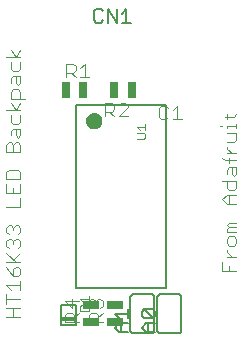
<source format=gbr>
G04 EAGLE Gerber RS-274X export*
G75*
%MOMM*%
%FSLAX34Y34*%
%LPD*%
%INSilkscreen Top*%
%IPPOS*%
%AMOC8*
5,1,8,0,0,1.08239X$1,22.5*%
G01*
%ADD10C,0.101600*%
%ADD11R,0.650000X1.400000*%
%ADD12C,0.127000*%
%ADD13C,0.152400*%
%ADD14C,0.076200*%
%ADD15C,0.812800*%
%ADD16R,1.400000X0.650000*%


D10*
X97282Y-70612D02*
X85588Y-70612D01*
X85588Y-62816D01*
X91435Y-66714D02*
X91435Y-70612D01*
X89486Y-58918D02*
X97282Y-58918D01*
X93384Y-58918D02*
X89486Y-55020D01*
X89486Y-53071D01*
X97282Y-47224D02*
X97282Y-43326D01*
X95333Y-41377D01*
X91435Y-41377D01*
X89486Y-43326D01*
X89486Y-47224D01*
X91435Y-49173D01*
X95333Y-49173D01*
X97282Y-47224D01*
X97282Y-37479D02*
X89486Y-37479D01*
X89486Y-35530D01*
X91435Y-33581D01*
X97282Y-33581D01*
X91435Y-33581D02*
X89486Y-31632D01*
X91435Y-29683D01*
X97282Y-29683D01*
X97282Y-14091D02*
X89486Y-14091D01*
X85588Y-10193D01*
X89486Y-6295D01*
X97282Y-6295D01*
X91435Y-6295D02*
X91435Y-14091D01*
X85588Y5399D02*
X97282Y5399D01*
X97282Y-448D01*
X95333Y-2397D01*
X91435Y-2397D01*
X89486Y-448D01*
X89486Y5399D01*
X89486Y11246D02*
X89486Y15144D01*
X91435Y17093D01*
X97282Y17093D01*
X97282Y11246D01*
X95333Y9297D01*
X93384Y11246D01*
X93384Y17093D01*
X97282Y22940D02*
X87537Y22940D01*
X85588Y24889D01*
X91435Y24889D02*
X91435Y20991D01*
X89486Y28787D02*
X97282Y28787D01*
X93384Y28787D02*
X89486Y32685D01*
X89486Y34634D01*
X89486Y38532D02*
X95333Y38532D01*
X97282Y40481D01*
X97282Y46328D01*
X89486Y46328D01*
X89486Y50226D02*
X89486Y52175D01*
X97282Y52175D01*
X97282Y50226D02*
X97282Y54124D01*
X85588Y52175D02*
X83639Y52175D01*
X87537Y59971D02*
X95333Y59971D01*
X97282Y61920D01*
X89486Y61920D02*
X89486Y58022D01*
X-85598Y-109982D02*
X-97292Y-109982D01*
X-91445Y-109982D02*
X-91445Y-102186D01*
X-97292Y-102186D02*
X-85598Y-102186D01*
X-85598Y-94390D02*
X-97292Y-94390D01*
X-97292Y-98288D02*
X-97292Y-90492D01*
X-93394Y-86594D02*
X-97292Y-82696D01*
X-85598Y-82696D01*
X-85598Y-86594D02*
X-85598Y-78798D01*
X-95343Y-71002D02*
X-97292Y-67104D01*
X-95343Y-71002D02*
X-91445Y-74900D01*
X-87547Y-74900D01*
X-85598Y-72951D01*
X-85598Y-69053D01*
X-87547Y-67104D01*
X-89496Y-67104D01*
X-91445Y-69053D01*
X-91445Y-74900D01*
X-97292Y-63206D02*
X-85598Y-63206D01*
X-89496Y-63206D02*
X-97292Y-55410D01*
X-91445Y-61257D02*
X-85598Y-55410D01*
X-95343Y-51512D02*
X-97292Y-49563D01*
X-97292Y-45665D01*
X-95343Y-43716D01*
X-93394Y-43716D01*
X-91445Y-45665D01*
X-91445Y-47614D01*
X-91445Y-45665D02*
X-89496Y-43716D01*
X-87547Y-43716D01*
X-85598Y-45665D01*
X-85598Y-49563D01*
X-87547Y-51512D01*
X-95343Y-39818D02*
X-97292Y-37869D01*
X-97292Y-33971D01*
X-95343Y-32022D01*
X-93394Y-32022D01*
X-91445Y-33971D01*
X-91445Y-35920D01*
X-91445Y-33971D02*
X-89496Y-32022D01*
X-87547Y-32022D01*
X-85598Y-33971D01*
X-85598Y-37869D01*
X-87547Y-39818D01*
X-85598Y-16430D02*
X-97292Y-16430D01*
X-85598Y-16430D02*
X-85598Y-8634D01*
X-97292Y-4736D02*
X-97292Y3060D01*
X-97292Y-4736D02*
X-85598Y-4736D01*
X-85598Y3060D01*
X-91445Y-838D02*
X-91445Y-4736D01*
X-97292Y6958D02*
X-85598Y6958D01*
X-85598Y12805D01*
X-87547Y14754D01*
X-95343Y14754D01*
X-97292Y12805D01*
X-97292Y6958D01*
X-97292Y30346D02*
X-85598Y30346D01*
X-97292Y30346D02*
X-97292Y36193D01*
X-95343Y38142D01*
X-93394Y38142D01*
X-91445Y36193D01*
X-89496Y38142D01*
X-87547Y38142D01*
X-85598Y36193D01*
X-85598Y30346D01*
X-91445Y30346D02*
X-91445Y36193D01*
X-93394Y43989D02*
X-93394Y47887D01*
X-91445Y49836D01*
X-85598Y49836D01*
X-85598Y43989D01*
X-87547Y42040D01*
X-89496Y43989D01*
X-89496Y49836D01*
X-93394Y55683D02*
X-93394Y61530D01*
X-93394Y55683D02*
X-91445Y53734D01*
X-87547Y53734D01*
X-85598Y55683D01*
X-85598Y61530D01*
X-85598Y65428D02*
X-97292Y65428D01*
X-89496Y65428D02*
X-85598Y71275D01*
X-89496Y65428D02*
X-93394Y71275D01*
X-93394Y75173D02*
X-81700Y75173D01*
X-93394Y75173D02*
X-93394Y81019D01*
X-91445Y82968D01*
X-87547Y82968D01*
X-85598Y81019D01*
X-85598Y75173D01*
X-93394Y88815D02*
X-93394Y92713D01*
X-91445Y94662D01*
X-85598Y94662D01*
X-85598Y88815D01*
X-87547Y86866D01*
X-89496Y88815D01*
X-89496Y94662D01*
X-93394Y100509D02*
X-93394Y106356D01*
X-93394Y100509D02*
X-91445Y98560D01*
X-87547Y98560D01*
X-85598Y100509D01*
X-85598Y106356D01*
X-85598Y110254D02*
X-97292Y110254D01*
X-89496Y110254D02*
X-85598Y116101D01*
X-89496Y110254D02*
X-93394Y116101D01*
D11*
X-32056Y82565D03*
X-46788Y82565D03*
D10*
X-46482Y93218D02*
X-46482Y104912D01*
X-40635Y104912D01*
X-38686Y102963D01*
X-38686Y99065D01*
X-40635Y97116D01*
X-46482Y97116D01*
X-42584Y97116D02*
X-38686Y93218D01*
X-34788Y101014D02*
X-30890Y104912D01*
X-30890Y93218D01*
X-34788Y93218D02*
X-26992Y93218D01*
D11*
X-6044Y82535D03*
X8688Y82535D03*
D10*
X-13990Y71892D02*
X-13990Y60198D01*
X-13990Y71892D02*
X-8143Y71892D01*
X-6194Y69943D01*
X-6194Y66045D01*
X-8143Y64096D01*
X-13990Y64096D01*
X-10092Y64096D02*
X-6194Y60198D01*
X-2296Y60198D02*
X5500Y60198D01*
X-2296Y60198D02*
X5500Y67994D01*
X5500Y69943D01*
X3551Y71892D01*
X-347Y71892D01*
X-2296Y69943D01*
D12*
X-15361Y149106D02*
X-17267Y151013D01*
X-21080Y151013D01*
X-22987Y149106D01*
X-22987Y141480D01*
X-21080Y139573D01*
X-17267Y139573D01*
X-15361Y141480D01*
X-11293Y139573D02*
X-11293Y151013D01*
X-3667Y139573D01*
X-3667Y151013D01*
X401Y147200D02*
X4214Y151013D01*
X4214Y139573D01*
X401Y139573D02*
X8027Y139573D01*
D13*
X27940Y-92710D02*
X27940Y-120650D01*
X7620Y-92710D02*
X7622Y-92610D01*
X7628Y-92511D01*
X7638Y-92411D01*
X7651Y-92313D01*
X7669Y-92214D01*
X7690Y-92117D01*
X7715Y-92021D01*
X7744Y-91925D01*
X7777Y-91831D01*
X7813Y-91738D01*
X7853Y-91647D01*
X7897Y-91557D01*
X7944Y-91469D01*
X7994Y-91383D01*
X8048Y-91299D01*
X8105Y-91217D01*
X8165Y-91138D01*
X8229Y-91060D01*
X8295Y-90986D01*
X8364Y-90914D01*
X8436Y-90845D01*
X8510Y-90779D01*
X8588Y-90715D01*
X8667Y-90655D01*
X8749Y-90598D01*
X8833Y-90544D01*
X8919Y-90494D01*
X9007Y-90447D01*
X9097Y-90403D01*
X9188Y-90363D01*
X9281Y-90327D01*
X9375Y-90294D01*
X9471Y-90265D01*
X9567Y-90240D01*
X9664Y-90219D01*
X9763Y-90201D01*
X9861Y-90188D01*
X9961Y-90178D01*
X10060Y-90172D01*
X10160Y-90170D01*
X7620Y-120650D02*
X7622Y-120750D01*
X7628Y-120849D01*
X7638Y-120949D01*
X7651Y-121047D01*
X7669Y-121146D01*
X7690Y-121243D01*
X7715Y-121339D01*
X7744Y-121435D01*
X7777Y-121529D01*
X7813Y-121622D01*
X7853Y-121713D01*
X7897Y-121803D01*
X7944Y-121891D01*
X7994Y-121977D01*
X8048Y-122061D01*
X8105Y-122143D01*
X8165Y-122222D01*
X8229Y-122300D01*
X8295Y-122374D01*
X8364Y-122446D01*
X8436Y-122515D01*
X8510Y-122581D01*
X8588Y-122645D01*
X8667Y-122705D01*
X8749Y-122762D01*
X8833Y-122816D01*
X8919Y-122866D01*
X9007Y-122913D01*
X9097Y-122957D01*
X9188Y-122997D01*
X9281Y-123033D01*
X9375Y-123066D01*
X9471Y-123095D01*
X9567Y-123120D01*
X9664Y-123141D01*
X9763Y-123159D01*
X9861Y-123172D01*
X9961Y-123182D01*
X10060Y-123188D01*
X10160Y-123190D01*
X25400Y-123190D02*
X25500Y-123188D01*
X25599Y-123182D01*
X25699Y-123172D01*
X25797Y-123159D01*
X25896Y-123141D01*
X25993Y-123120D01*
X26089Y-123095D01*
X26185Y-123066D01*
X26279Y-123033D01*
X26372Y-122997D01*
X26463Y-122957D01*
X26553Y-122913D01*
X26641Y-122866D01*
X26727Y-122816D01*
X26811Y-122762D01*
X26893Y-122705D01*
X26972Y-122645D01*
X27050Y-122581D01*
X27124Y-122515D01*
X27196Y-122446D01*
X27265Y-122374D01*
X27331Y-122300D01*
X27395Y-122222D01*
X27455Y-122143D01*
X27512Y-122061D01*
X27566Y-121977D01*
X27616Y-121891D01*
X27663Y-121803D01*
X27707Y-121713D01*
X27747Y-121622D01*
X27783Y-121529D01*
X27816Y-121435D01*
X27845Y-121339D01*
X27870Y-121243D01*
X27891Y-121146D01*
X27909Y-121047D01*
X27922Y-120949D01*
X27932Y-120849D01*
X27938Y-120750D01*
X27940Y-120650D01*
X27940Y-92710D02*
X27938Y-92610D01*
X27932Y-92511D01*
X27922Y-92411D01*
X27909Y-92313D01*
X27891Y-92214D01*
X27870Y-92117D01*
X27845Y-92021D01*
X27816Y-91925D01*
X27783Y-91831D01*
X27747Y-91738D01*
X27707Y-91647D01*
X27663Y-91557D01*
X27616Y-91469D01*
X27566Y-91383D01*
X27512Y-91299D01*
X27455Y-91217D01*
X27395Y-91138D01*
X27331Y-91060D01*
X27265Y-90986D01*
X27196Y-90914D01*
X27124Y-90845D01*
X27050Y-90779D01*
X26972Y-90715D01*
X26893Y-90655D01*
X26811Y-90598D01*
X26727Y-90544D01*
X26641Y-90494D01*
X26553Y-90447D01*
X26463Y-90403D01*
X26372Y-90363D01*
X26279Y-90327D01*
X26185Y-90294D01*
X26089Y-90265D01*
X25993Y-90240D01*
X25896Y-90219D01*
X25797Y-90201D01*
X25699Y-90188D01*
X25599Y-90178D01*
X25500Y-90172D01*
X25400Y-90170D01*
X10160Y-90170D01*
X10160Y-123190D02*
X25400Y-123190D01*
X7620Y-120650D02*
X7620Y-92710D01*
D12*
X5715Y-122555D02*
X-1912Y-122555D01*
X-5725Y-118742D01*
X-1912Y-114929D01*
X5715Y-114929D01*
X-5Y-114929D02*
X-5Y-122555D01*
X-1912Y-110861D02*
X-5725Y-107048D01*
X5715Y-107048D01*
X5715Y-110861D02*
X5715Y-103235D01*
D13*
X50800Y-92710D02*
X50800Y-120650D01*
X30480Y-92710D02*
X30482Y-92610D01*
X30488Y-92511D01*
X30498Y-92411D01*
X30511Y-92313D01*
X30529Y-92214D01*
X30550Y-92117D01*
X30575Y-92021D01*
X30604Y-91925D01*
X30637Y-91831D01*
X30673Y-91738D01*
X30713Y-91647D01*
X30757Y-91557D01*
X30804Y-91469D01*
X30854Y-91383D01*
X30908Y-91299D01*
X30965Y-91217D01*
X31025Y-91138D01*
X31089Y-91060D01*
X31155Y-90986D01*
X31224Y-90914D01*
X31296Y-90845D01*
X31370Y-90779D01*
X31448Y-90715D01*
X31527Y-90655D01*
X31609Y-90598D01*
X31693Y-90544D01*
X31779Y-90494D01*
X31867Y-90447D01*
X31957Y-90403D01*
X32048Y-90363D01*
X32141Y-90327D01*
X32235Y-90294D01*
X32331Y-90265D01*
X32427Y-90240D01*
X32524Y-90219D01*
X32623Y-90201D01*
X32721Y-90188D01*
X32821Y-90178D01*
X32920Y-90172D01*
X33020Y-90170D01*
X30480Y-120650D02*
X30482Y-120750D01*
X30488Y-120849D01*
X30498Y-120949D01*
X30511Y-121047D01*
X30529Y-121146D01*
X30550Y-121243D01*
X30575Y-121339D01*
X30604Y-121435D01*
X30637Y-121529D01*
X30673Y-121622D01*
X30713Y-121713D01*
X30757Y-121803D01*
X30804Y-121891D01*
X30854Y-121977D01*
X30908Y-122061D01*
X30965Y-122143D01*
X31025Y-122222D01*
X31089Y-122300D01*
X31155Y-122374D01*
X31224Y-122446D01*
X31296Y-122515D01*
X31370Y-122581D01*
X31448Y-122645D01*
X31527Y-122705D01*
X31609Y-122762D01*
X31693Y-122816D01*
X31779Y-122866D01*
X31867Y-122913D01*
X31957Y-122957D01*
X32048Y-122997D01*
X32141Y-123033D01*
X32235Y-123066D01*
X32331Y-123095D01*
X32427Y-123120D01*
X32524Y-123141D01*
X32623Y-123159D01*
X32721Y-123172D01*
X32821Y-123182D01*
X32920Y-123188D01*
X33020Y-123190D01*
X48260Y-123190D02*
X48360Y-123188D01*
X48459Y-123182D01*
X48559Y-123172D01*
X48657Y-123159D01*
X48756Y-123141D01*
X48853Y-123120D01*
X48949Y-123095D01*
X49045Y-123066D01*
X49139Y-123033D01*
X49232Y-122997D01*
X49323Y-122957D01*
X49413Y-122913D01*
X49501Y-122866D01*
X49587Y-122816D01*
X49671Y-122762D01*
X49753Y-122705D01*
X49832Y-122645D01*
X49910Y-122581D01*
X49984Y-122515D01*
X50056Y-122446D01*
X50125Y-122374D01*
X50191Y-122300D01*
X50255Y-122222D01*
X50315Y-122143D01*
X50372Y-122061D01*
X50426Y-121977D01*
X50476Y-121891D01*
X50523Y-121803D01*
X50567Y-121713D01*
X50607Y-121622D01*
X50643Y-121529D01*
X50676Y-121435D01*
X50705Y-121339D01*
X50730Y-121243D01*
X50751Y-121146D01*
X50769Y-121047D01*
X50782Y-120949D01*
X50792Y-120849D01*
X50798Y-120750D01*
X50800Y-120650D01*
X50800Y-92710D02*
X50798Y-92610D01*
X50792Y-92511D01*
X50782Y-92411D01*
X50769Y-92313D01*
X50751Y-92214D01*
X50730Y-92117D01*
X50705Y-92021D01*
X50676Y-91925D01*
X50643Y-91831D01*
X50607Y-91738D01*
X50567Y-91647D01*
X50523Y-91557D01*
X50476Y-91469D01*
X50426Y-91383D01*
X50372Y-91299D01*
X50315Y-91217D01*
X50255Y-91138D01*
X50191Y-91060D01*
X50125Y-90986D01*
X50056Y-90914D01*
X49984Y-90845D01*
X49910Y-90779D01*
X49832Y-90715D01*
X49753Y-90655D01*
X49671Y-90598D01*
X49587Y-90544D01*
X49501Y-90494D01*
X49413Y-90447D01*
X49323Y-90403D01*
X49232Y-90363D01*
X49139Y-90327D01*
X49045Y-90294D01*
X48949Y-90265D01*
X48853Y-90240D01*
X48756Y-90219D01*
X48657Y-90201D01*
X48559Y-90188D01*
X48459Y-90178D01*
X48360Y-90172D01*
X48260Y-90170D01*
X33020Y-90170D01*
X33020Y-123190D02*
X48260Y-123190D01*
X30480Y-120650D02*
X30480Y-92710D01*
D12*
X28575Y-122555D02*
X20949Y-122555D01*
X17135Y-118742D01*
X20949Y-114929D01*
X28575Y-114929D01*
X22855Y-114929D02*
X22855Y-122555D01*
X26668Y-110861D02*
X19042Y-110861D01*
X17135Y-108954D01*
X17135Y-105141D01*
X19042Y-103235D01*
X26668Y-103235D01*
X28575Y-105141D01*
X28575Y-108954D01*
X26668Y-110861D01*
X19042Y-103235D01*
X-37950Y-99450D02*
X-37950Y-116450D01*
X-50950Y-116450D01*
X-50950Y-99450D01*
X-37950Y-99450D01*
X-38450Y-111950D02*
X-50450Y-111950D01*
X-50450Y-110950D01*
X-38450Y-110950D01*
D14*
X-35075Y-104537D02*
X-27703Y-104537D01*
X-27703Y-100851D01*
X-28932Y-99622D01*
X-33847Y-99622D01*
X-35075Y-100851D01*
X-35075Y-104537D01*
X-32618Y-97053D02*
X-35075Y-94596D01*
X-27703Y-94596D01*
X-27703Y-97053D02*
X-27703Y-92138D01*
D10*
X39526Y67403D02*
X37577Y69352D01*
X33679Y69352D01*
X31730Y67403D01*
X31730Y59607D01*
X33679Y57658D01*
X37577Y57658D01*
X39526Y59607D01*
X43424Y65454D02*
X47322Y69352D01*
X47322Y57658D01*
X43424Y57658D02*
X51220Y57658D01*
D12*
X38100Y69850D02*
X38100Y-85090D01*
X38100Y69850D02*
X-38100Y69850D01*
X-38100Y-85090D02*
X38100Y-85090D01*
X-38100Y-85090D02*
X-38100Y69850D01*
D15*
X-25400Y55880D02*
X-25398Y55980D01*
X-25392Y56081D01*
X-25382Y56180D01*
X-25368Y56280D01*
X-25351Y56379D01*
X-25329Y56477D01*
X-25303Y56574D01*
X-25274Y56670D01*
X-25241Y56764D01*
X-25204Y56858D01*
X-25164Y56950D01*
X-25120Y57040D01*
X-25072Y57128D01*
X-25021Y57215D01*
X-24967Y57299D01*
X-24909Y57381D01*
X-24848Y57461D01*
X-24784Y57538D01*
X-24717Y57613D01*
X-24647Y57685D01*
X-24574Y57754D01*
X-24499Y57820D01*
X-24421Y57884D01*
X-24341Y57944D01*
X-24258Y58001D01*
X-24173Y58054D01*
X-24086Y58104D01*
X-23997Y58151D01*
X-23907Y58194D01*
X-23815Y58234D01*
X-23721Y58270D01*
X-23626Y58302D01*
X-23530Y58330D01*
X-23432Y58355D01*
X-23334Y58375D01*
X-23235Y58392D01*
X-23135Y58405D01*
X-23036Y58414D01*
X-22935Y58419D01*
X-22835Y58420D01*
X-22735Y58417D01*
X-22634Y58410D01*
X-22535Y58399D01*
X-22435Y58384D01*
X-22337Y58366D01*
X-22239Y58343D01*
X-22142Y58316D01*
X-22047Y58286D01*
X-21952Y58252D01*
X-21859Y58214D01*
X-21768Y58173D01*
X-21678Y58128D01*
X-21590Y58080D01*
X-21504Y58028D01*
X-21420Y57973D01*
X-21339Y57914D01*
X-21260Y57852D01*
X-21183Y57788D01*
X-21109Y57720D01*
X-21038Y57649D01*
X-20969Y57576D01*
X-20904Y57500D01*
X-20841Y57421D01*
X-20782Y57340D01*
X-20726Y57257D01*
X-20673Y57172D01*
X-20624Y57084D01*
X-20578Y56995D01*
X-20536Y56904D01*
X-20497Y56811D01*
X-20462Y56717D01*
X-20431Y56622D01*
X-20403Y56525D01*
X-20380Y56428D01*
X-20360Y56329D01*
X-20344Y56230D01*
X-20332Y56131D01*
X-20324Y56030D01*
X-20320Y55930D01*
X-20320Y55830D01*
X-20324Y55730D01*
X-20332Y55629D01*
X-20344Y55530D01*
X-20360Y55431D01*
X-20380Y55332D01*
X-20403Y55235D01*
X-20431Y55138D01*
X-20462Y55043D01*
X-20497Y54949D01*
X-20536Y54856D01*
X-20578Y54765D01*
X-20624Y54676D01*
X-20673Y54588D01*
X-20726Y54503D01*
X-20782Y54420D01*
X-20841Y54339D01*
X-20904Y54260D01*
X-20969Y54184D01*
X-21038Y54111D01*
X-21109Y54040D01*
X-21183Y53972D01*
X-21260Y53908D01*
X-21339Y53846D01*
X-21420Y53787D01*
X-21504Y53732D01*
X-21590Y53680D01*
X-21678Y53632D01*
X-21768Y53587D01*
X-21859Y53546D01*
X-21952Y53508D01*
X-22047Y53474D01*
X-22142Y53444D01*
X-22239Y53417D01*
X-22337Y53394D01*
X-22435Y53376D01*
X-22535Y53361D01*
X-22634Y53350D01*
X-22735Y53343D01*
X-22835Y53340D01*
X-22935Y53341D01*
X-23036Y53346D01*
X-23135Y53355D01*
X-23235Y53368D01*
X-23334Y53385D01*
X-23432Y53405D01*
X-23530Y53430D01*
X-23626Y53458D01*
X-23721Y53490D01*
X-23815Y53526D01*
X-23907Y53566D01*
X-23997Y53609D01*
X-24086Y53656D01*
X-24173Y53706D01*
X-24258Y53759D01*
X-24341Y53816D01*
X-24421Y53876D01*
X-24499Y53940D01*
X-24574Y54006D01*
X-24647Y54075D01*
X-24717Y54147D01*
X-24784Y54222D01*
X-24848Y54299D01*
X-24909Y54379D01*
X-24967Y54461D01*
X-25021Y54545D01*
X-25072Y54632D01*
X-25120Y54720D01*
X-25164Y54810D01*
X-25204Y54902D01*
X-25241Y54996D01*
X-25274Y55090D01*
X-25303Y55186D01*
X-25329Y55283D01*
X-25351Y55381D01*
X-25368Y55480D01*
X-25382Y55580D01*
X-25392Y55679D01*
X-25398Y55780D01*
X-25400Y55880D01*
D14*
X13075Y41293D02*
X19218Y41293D01*
X20447Y42521D01*
X20447Y44979D01*
X19218Y46208D01*
X13075Y46208D01*
X15532Y48777D02*
X13075Y51234D01*
X20447Y51234D01*
X20447Y48777D02*
X20447Y53692D01*
D16*
X-5095Y-99366D03*
X-5095Y-114098D03*
D10*
X-15748Y-113792D02*
X-27442Y-113792D01*
X-27442Y-107945D01*
X-25493Y-105996D01*
X-21595Y-105996D01*
X-19646Y-107945D01*
X-19646Y-113792D01*
X-19646Y-109894D02*
X-15748Y-105996D01*
X-25493Y-102098D02*
X-27442Y-100149D01*
X-27442Y-96251D01*
X-25493Y-94302D01*
X-23544Y-94302D01*
X-21595Y-96251D01*
X-21595Y-98200D01*
X-21595Y-96251D02*
X-19646Y-94302D01*
X-17697Y-94302D01*
X-15748Y-96251D01*
X-15748Y-100149D01*
X-17697Y-102098D01*
D16*
X-25415Y-99366D03*
X-25415Y-114098D03*
D10*
X-36068Y-113792D02*
X-47762Y-113792D01*
X-47762Y-107945D01*
X-45813Y-105996D01*
X-41915Y-105996D01*
X-39966Y-107945D01*
X-39966Y-113792D01*
X-39966Y-109894D02*
X-36068Y-105996D01*
X-36068Y-96251D02*
X-47762Y-96251D01*
X-41915Y-102098D01*
X-41915Y-94302D01*
M02*

</source>
